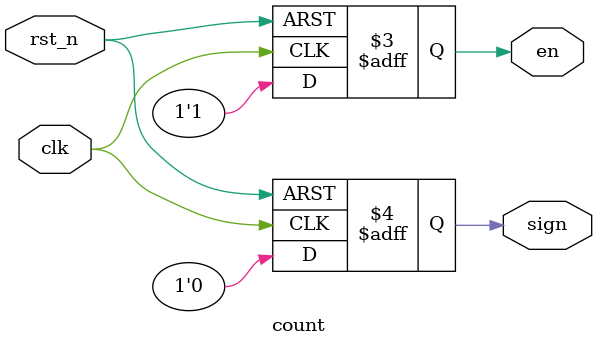
<source format=v>
module count(
    //mudule clock
    input                   clk  ,      // Ê±ÖÓÐÅºÅ
    input                   rst_n,      // ¸´Î»ÐÅºÅ
    
    //user interface
  //  output   reg [ 5:0]     point,    // Ð¡ÊýµãµÄÎ»ÖÃ,¸ßµçÆ½µãÁÁ¶ÔÓ¦ÊýÂë¹ÜÎ»ÉÏµÄÐ¡Êýµã
    output   reg            en   ,      // ÊýÂë¹ÜÊ¹ÄÜÐÅºÅ
    output   reg            sign        // ·ûºÅÎ»£¬¸ßµçÆ½Ê±ÏÔÊ¾¸ººÅ£¬µÍµçÆ½²»ÏÔÊ¾¸ººÅ
);

//*****************************************************
//**                    main code
//*****************************************************

always @ (posedge clk or negedge rst_n) begin
    if (!rst_n)begin
       // point <=6'b000000;
        en    <= 1'b0;
        sign  <= 1'b0;
    end 
    else begin
       // point <= 6'b001000;           //ÏÔÊ¾Ò»Î»Ð¡Êýµã
        en    <= 1'b1;                  //´ò¿ªÊýÂë¹ÜÊ¹ÄÜÐÅºÅ
        sign  <= 1'b0;                  //²»ÏÔÊ¾¸ººÅ
    end 
end 

endmodule 
</source>
